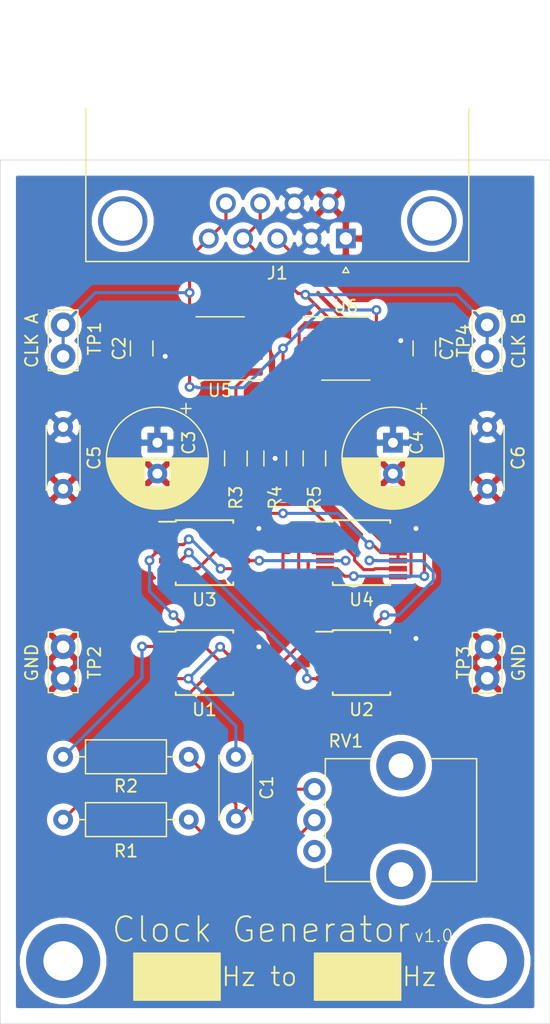
<source format=kicad_pcb>
(kicad_pcb (version 20171130) (host pcbnew 5.1.5-52549c5~84~ubuntu18.04.1)
  (layers (0 F.Cu signal) (31 B.Cu signal) (34 B.Paste user) (35 F.Paste user) (36 B.SilkS user) (37 F.SilkS user) (38 B.Mask user) (39 F.Mask user) (44 Edge.Cuts user))
  (net 0 "")
  (net 1 "Net-(C1-Pad2)")
  (net 2 "Net-(C1-Pad1)")
  (net 3 GND)
  (net 4 +3V3)
  (net 5 clk_a)
  (net 6 clk_b)
  (net 7 clk)
  (net 8 "Net-(R1-Pad2)")
  (net 9 "Net-(R2-Pad2)")
  (net 10 "Net-(RV1-Pad1)")
  (net 11 not_clk)
  (net 12 "Net-(U1-Pad3)")
  (net 13 "Net-(U2-Pad12)")
  (net 14 "Net-(U2-Pad10)")
  (net 15 "Net-(U2-Pad3)")
  (net 16 "Net-(U3-Pad13)")
  (net 17 "Net-(U3-Pad10)")
  (net 18 "Net-(U3-Pad3)")
  (net 19 "Net-(U4-Pad13)")
  (net 20 "Net-(U4-Pad3)")
  (net 21 "Net-(U2-Pad13)")
  (net 22 "Net-(U2-Pad11)")
  (net 23 "Net-(U2-Pad9)")
  (net 24 "Net-(U2-Pad8)")
  (net 25 "Net-(U2-Pad6)")
  (net 26 "Net-(U2-Pad4)")
  (net 27 "Net-(U2-Pad2)")
  (net 28 "Net-(U2-Pad1)")
  (net 29 clkout_a)
  (net 30 clkout_b)
  (net 31 clk_oe)
  (net 32 "Net-(R3-Pad2)")
  (net 33 "Net-(R5-Pad2)")
  (net 34 "Net-(U5-Pad4)")
  (net 35 "Net-(U5-Pad3)")
  (net 36 "Net-(U6-Pad4)")
  (net 37 "Net-(U6-Pad3)")
  (net 38 "Net-(U5-Pad2)")
  (net 39 "Net-(U6-Pad2)")
  (module Connector_Dsub:DSUB-9_Male_Horizontal_P2.77x2.84mm_EdgePinOffset7.70mm_Housed_MountingHolesOffset9.12mm (layer F.Cu) (at 127 66.04 180)
    (fp_text reference J1 (at 5.54 -2.8) (layer F.SilkS))
    (fp_text value DB9_Male)
    (pad 0 thru_hole circle (at 18.04 1.42 180) (size 4 4) (drill 3.2) (layers *.Cu *.Mask))
    (pad 0 thru_hole circle (at -6.96 1.42 180) (size 4 4) (drill 3.2) (layers *.Cu *.Mask))
    (pad 9 thru_hole circle (at 9.695 2.84 180) (size 1.6 1.6) (drill 1) (layers *.Cu *.Mask) (net 29 clkout_a))
    (pad 8 thru_hole circle (at 6.925 2.84 180) (size 1.6 1.6) (drill 1) (layers *.Cu *.Mask) (net 30 clkout_b))
    (pad 7 thru_hole circle (at 4.155 2.84 180) (size 1.6 1.6) (drill 1) (layers *.Cu *.Mask) (net 4 +3V3))
    (pad 6 thru_hole circle (at 1.385 2.84 180) (size 1.6 1.6) (drill 1) (layers *.Cu *.Mask) (net 3 GND))
    (pad 5 thru_hole circle (at 11.08 0 180) (size 1.6 1.6) (drill 1) (layers *.Cu *.Mask) (net 29 clkout_a))
    (pad 4 thru_hole circle (at 8.31 0 180) (size 1.6 1.6) (drill 1) (layers *.Cu *.Mask) (net 30 clkout_b))
    (pad 3 thru_hole circle (at 5.54 0 180) (size 1.6 1.6) (drill 1) (layers *.Cu *.Mask) (net 31 clk_oe))
    (pad 2 thru_hole circle (at 2.77 0 180) (size 1.6 1.6) (drill 1) (layers *.Cu *.Mask) (net 4 +3V3))
    (pad 1 thru_hole rect (at 0 0 180) (size 1.6 1.6) (drill 1) (layers *.Cu *.Mask) (net 3 GND))
  )
  (module Package_SO:SOIC-8_3.9x4.9mm_P1.27mm (layer F.Cu) (at 127 74.93)
    (fp_text reference U6 (at 0 -3.4) (layer F.SilkS))
    (fp_text value PI6C49CB04AQ)
    (pad 8 smd roundrect (at 2.475 -1.905) (size 1.95 0.6) (layers F.Cu F.Paste F.Mask) (net 31 clk_oe))
    (pad 7 smd roundrect (at 2.475 -0.635) (size 1.95 0.6) (layers F.Cu F.Paste F.Mask) (net 4 +3V3))
    (pad 6 smd roundrect (at 2.475 0.635) (size 1.95 0.6) (layers F.Cu F.Paste F.Mask) (net 3 GND))
    (pad 5 smd roundrect (at 2.475 1.905) (size 1.95 0.6) (layers F.Cu F.Paste F.Mask) (net 30 clkout_b))
    (pad 4 smd roundrect (at -2.475 1.905) (size 1.95 0.6) (layers F.Cu F.Paste F.Mask) (net 36 "Net-(U6-Pad4)"))
    (pad 3 smd roundrect (at -2.475 0.635) (size 1.95 0.6) (layers F.Cu F.Paste F.Mask) (net 37 "Net-(U6-Pad3)"))
    (pad 2 smd roundrect (at -2.475 -0.635) (size 1.95 0.6) (layers F.Cu F.Paste F.Mask) (net 39 "Net-(U6-Pad2)"))
    (pad 1 smd roundrect (at -2.475 -1.905) (size 1.95 0.6) (layers F.Cu F.Paste F.Mask) (net 6 clk_b))
  )
  (module Package_SO:SOIC-8_3.9x4.9mm_P1.27mm (layer F.Cu) (at 116.84 74.93 180)
    (fp_text reference U5 (at 0 -3.4) (layer F.SilkS))
    (fp_text value PI6C49CB04AQ)
    (pad 8 smd roundrect (at 2.475 -1.905 180) (size 1.95 0.6) (layers F.Cu F.Paste F.Mask) (net 31 clk_oe))
    (pad 7 smd roundrect (at 2.475 -0.635 180) (size 1.95 0.6) (layers F.Cu F.Paste F.Mask) (net 4 +3V3))
    (pad 6 smd roundrect (at 2.475 0.635 180) (size 1.95 0.6) (layers F.Cu F.Paste F.Mask) (net 3 GND))
    (pad 5 smd roundrect (at 2.475 1.905 180) (size 1.95 0.6) (layers F.Cu F.Paste F.Mask) (net 29 clkout_a))
    (pad 4 smd roundrect (at -2.475 1.905 180) (size 1.95 0.6) (layers F.Cu F.Paste F.Mask) (net 34 "Net-(U5-Pad4)"))
    (pad 3 smd roundrect (at -2.475 0.635 180) (size 1.95 0.6) (layers F.Cu F.Paste F.Mask) (net 35 "Net-(U5-Pad3)"))
    (pad 2 smd roundrect (at -2.475 -0.635 180) (size 1.95 0.6) (layers F.Cu F.Paste F.Mask) (net 38 "Net-(U5-Pad2)"))
    (pad 1 smd roundrect (at -2.475 -1.905 180) (size 1.95 0.6) (layers F.Cu F.Paste F.Mask) (net 5 clk_a))
  )
  (module Resistor_SMD:R_1206_3216Metric (layer F.Cu) (at 124.46 83.82 270)
    (fp_text reference R5 (at 3.175 0 90) (layer F.SilkS))
    (fp_text value 33)
    (pad 2 smd roundrect (at 1.4 0 270) (size 1.25 1.75) (layers F.Cu F.Paste F.Mask) (roundrect_rratio 0.2) (net 33 "Net-(R5-Pad2)"))
    (pad 1 smd roundrect (at -1.4 0 270) (size 1.25 1.75) (layers F.Cu F.Paste F.Mask) (roundrect_rratio 0.2) (net 6 clk_b))
  )
  (module Resistor_SMD:R_1206_3216Metric (layer F.Cu) (at 121.285 83.82 270)
    (fp_text reference R4 (at 3.175 0 90) (layer F.SilkS))
    (fp_text value 5k)
    (pad 2 smd roundrect (at 1.4 0 270) (size 1.25 1.75) (layers F.Cu F.Paste F.Mask) (roundrect_rratio 0.2) (net 4 +3V3))
    (pad 1 smd roundrect (at -1.4 0 270) (size 1.25 1.75) (layers F.Cu F.Paste F.Mask) (roundrect_rratio 0.2) (net 31 clk_oe))
  )
  (module Resistor_SMD:R_1206_3216Metric (layer F.Cu) (at 118.11 83.82 270)
    (fp_text reference R3 (at 3.175 0 90) (layer F.SilkS))
    (fp_text value 33)
    (pad 2 smd roundrect (at 1.4 0 270) (size 1.25 1.75) (layers F.Cu F.Paste F.Mask) (roundrect_rratio 0.2) (net 32 "Net-(R3-Pad2)"))
    (pad 1 smd roundrect (at -1.4 0 270) (size 1.25 1.75) (layers F.Cu F.Paste F.Mask) (roundrect_rratio 0.2) (net 5 clk_a))
  )
  (module Capacitor_SMD:C_1206_3216Metric (layer F.Cu) (at 133.35 74.93 270)
    (fp_text reference C7 (at 0 -1.82 90) (layer F.SilkS))
    (fp_text value 0.1uF)
    (pad 2 smd roundrect (at 1.4 0 270) (size 1.25 1.75) (layers F.Cu F.Paste F.Mask) (roundrect_rratio 0.2) (net 3 GND))
    (pad 1 smd roundrect (at -1.4 0 270) (size 1.25 1.75) (layers F.Cu F.Paste F.Mask) (roundrect_rratio 0.2) (net 4 +3V3))
  )
  (module Capacitor_SMD:C_1206_3216Metric (layer F.Cu) (at 110.49 74.93 90)
    (fp_text reference C2 (at 0 -1.82 90) (layer F.SilkS))
    (fp_text value 0.1uF)
    (pad 2 smd roundrect (at 1.4 0 90) (size 1.25 1.75) (layers F.Cu F.Paste F.Mask) (roundrect_rratio 0.2) (net 3 GND))
    (pad 1 smd roundrect (at -1.4 0 90) (size 1.25 1.75) (layers F.Cu F.Paste F.Mask) (roundrect_rratio 0.2) (net 4 +3V3))
  )
  (module TestPoint:TestPoint_Bridge_Pitch2.54mm_Drill1.0mm (layer F.Cu) (at 138.43 101.6 90)
    (fp_text reference TP3 (at 1.27 -1.905 90) (layer F.SilkS))
    (fp_text value TestPoint)
    (pad 1 thru_hole circle (at 2.54 0 90) (size 2 2) (drill 1) (layers *.Cu *.Mask) (net 3 GND))
    (pad 1 thru_hole circle (at 0 0 90) (size 2 2) (drill 1) (layers *.Cu *.Mask) (net 3 GND))
  )
  (module TestPoint:TestPoint_Bridge_Pitch2.54mm_Drill1.0mm (layer F.Cu) (at 104.14 99.06 270)
    (fp_text reference TP2 (at 1.27 -2.54 90) (layer F.SilkS))
    (fp_text value TestPoint)
    (pad 1 thru_hole circle (at 2.54 0 270) (size 2 2) (drill 1) (layers *.Cu *.Mask) (net 3 GND))
    (pad 1 thru_hole circle (at 0 0 270) (size 2 2) (drill 1) (layers *.Cu *.Mask) (net 3 GND))
  )
  (module TestPoint:TestPoint_Bridge_Pitch2.54mm_Drill1.0mm (layer F.Cu) (at 138.43 75.565 90)
    (fp_text reference TP4 (at 1.27 -1.905 90) (layer F.SilkS))
    (fp_text value TestPoint)
    (pad 1 thru_hole circle (at 2.54 0 90) (size 2 2) (drill 1) (layers *.Cu *.Mask) (net 30 clkout_b))
    (pad 1 thru_hole circle (at 0 0 90) (size 2 2) (drill 1) (layers *.Cu *.Mask) (net 30 clkout_b))
  )
  (module TestPoint:TestPoint_Bridge_Pitch2.54mm_Drill1.0mm (layer F.Cu) (at 104.14 73.025 270)
    (fp_text reference TP1 (at 1.1 -2.54 90) (layer F.SilkS))
    (fp_text value TestPoint)
    (pad 1 thru_hole circle (at 2.54 0 270) (size 2 2) (drill 1) (layers *.Cu *.Mask) (net 29 clkout_a))
    (pad 1 thru_hole circle (at 0 0 270) (size 2 2) (drill 1) (layers *.Cu *.Mask) (net 29 clkout_a))
  )
  (module Package_SO:TSSOP-14_4.4x5mm_P0.65mm (layer F.Cu) (at 128.27 91.44)
    (fp_text reference U4 (at 0 3.81) (layer F.SilkS))
    (fp_text value SN74HCS00PWR)
    (pad 14 smd rect (at 2.95 -1.95) (size 1.45 0.45) (layers F.Cu F.Paste F.Mask) (net 4 +3V3))
    (pad 13 smd rect (at 2.95 -1.3) (size 1.45 0.45) (layers F.Cu F.Paste F.Mask) (net 19 "Net-(U4-Pad13)"))
    (pad 12 smd rect (at 2.95 -0.65) (size 1.45 0.45) (layers F.Cu F.Paste F.Mask) (net 33 "Net-(R5-Pad2)"))
    (pad 11 smd rect (at 2.95 0) (size 1.45 0.45) (layers F.Cu F.Paste F.Mask) (net 26 "Net-(U2-Pad4)"))
    (pad 10 smd rect (at 2.95 0.65) (size 1.45 0.45) (layers F.Cu F.Paste F.Mask) (net 26 "Net-(U2-Pad4)"))
    (pad 9 smd rect (at 2.95 1.3) (size 1.45 0.45) (layers F.Cu F.Paste F.Mask) (net 20 "Net-(U4-Pad3)"))
    (pad 8 smd rect (at 2.95 1.95) (size 1.45 0.45) (layers F.Cu F.Paste F.Mask) (net 33 "Net-(R5-Pad2)"))
    (pad 7 smd rect (at -2.95 1.95) (size 1.45 0.45) (layers F.Cu F.Paste F.Mask) (net 3 GND))
    (pad 6 smd rect (at -2.95 1.3) (size 1.45 0.45) (layers F.Cu F.Paste F.Mask) (net 19 "Net-(U4-Pad13)"))
    (pad 5 smd rect (at -2.95 0.65) (size 1.45 0.45) (layers F.Cu F.Paste F.Mask) (net 17 "Net-(U3-Pad10)"))
    (pad 4 smd rect (at -2.95 0) (size 1.45 0.45) (layers F.Cu F.Paste F.Mask) (net 11 not_clk))
    (pad 3 smd rect (at -2.95 -0.65) (size 1.45 0.45) (layers F.Cu F.Paste F.Mask) (net 20 "Net-(U4-Pad3)"))
    (pad 2 smd rect (at -2.95 -1.3) (size 1.45 0.45) (layers F.Cu F.Paste F.Mask) (net 11 not_clk))
    (pad 1 smd rect (at -2.95 -1.95) (size 1.45 0.45) (layers F.Cu F.Paste F.Mask) (net 32 "Net-(R3-Pad2)"))
  )
  (module Package_SO:TSSOP-14_4.4x5mm_P0.65mm (layer F.Cu) (at 115.57 91.44)
    (fp_text reference U3 (at 0 3.81) (layer F.SilkS))
    (fp_text value SN74HCS00PWR)
    (pad 14 smd rect (at 2.95 -1.95) (size 1.45 0.45) (layers F.Cu F.Paste F.Mask) (net 4 +3V3))
    (pad 13 smd rect (at 2.95 -1.3) (size 1.45 0.45) (layers F.Cu F.Paste F.Mask) (net 16 "Net-(U3-Pad13)"))
    (pad 12 smd rect (at 2.95 -0.65) (size 1.45 0.45) (layers F.Cu F.Paste F.Mask) (net 32 "Net-(R3-Pad2)"))
    (pad 11 smd rect (at 2.95 0) (size 1.45 0.45) (layers F.Cu F.Paste F.Mask) (net 17 "Net-(U3-Pad10)"))
    (pad 10 smd rect (at 2.95 0.65) (size 1.45 0.45) (layers F.Cu F.Paste F.Mask) (net 17 "Net-(U3-Pad10)"))
    (pad 9 smd rect (at 2.95 1.3) (size 1.45 0.45) (layers F.Cu F.Paste F.Mask) (net 18 "Net-(U3-Pad3)"))
    (pad 8 smd rect (at 2.95 1.95) (size 1.45 0.45) (layers F.Cu F.Paste F.Mask) (net 32 "Net-(R3-Pad2)"))
    (pad 7 smd rect (at -2.95 1.95) (size 1.45 0.45) (layers F.Cu F.Paste F.Mask) (net 3 GND))
    (pad 6 smd rect (at -2.95 1.3) (size 1.45 0.45) (layers F.Cu F.Paste F.Mask) (net 16 "Net-(U3-Pad13)"))
    (pad 5 smd rect (at -2.95 0.65) (size 1.45 0.45) (layers F.Cu F.Paste F.Mask) (net 25 "Net-(U2-Pad6)"))
    (pad 4 smd rect (at -2.95 0) (size 1.45 0.45) (layers F.Cu F.Paste F.Mask) (net 7 clk))
    (pad 3 smd rect (at -2.95 -0.65) (size 1.45 0.45) (layers F.Cu F.Paste F.Mask) (net 18 "Net-(U3-Pad3)"))
    (pad 2 smd rect (at -2.95 -1.3) (size 1.45 0.45) (layers F.Cu F.Paste F.Mask) (net 7 clk))
    (pad 1 smd rect (at -2.95 -1.95) (size 1.45 0.45) (layers F.Cu F.Paste F.Mask) (net 26 "Net-(U2-Pad4)"))
  )
  (module Package_SO:TSSOP-14_4.4x5mm_P0.65mm (layer F.Cu) (at 128.27 100.33)
    (fp_text reference U2 (at 0 3.81) (layer F.SilkS))
    (fp_text value SN74HCS00PWR)
    (pad 14 smd rect (at 2.95 -1.95) (size 1.45 0.45) (layers F.Cu F.Paste F.Mask) (net 4 +3V3))
    (pad 13 smd rect (at 2.95 -1.3) (size 1.45 0.45) (layers F.Cu F.Paste F.Mask) (net 21 "Net-(U2-Pad13)"))
    (pad 12 smd rect (at 2.95 -0.65) (size 1.45 0.45) (layers F.Cu F.Paste F.Mask) (net 13 "Net-(U2-Pad12)"))
    (pad 11 smd rect (at 2.95 0) (size 1.45 0.45) (layers F.Cu F.Paste F.Mask) (net 22 "Net-(U2-Pad11)"))
    (pad 10 smd rect (at 2.95 0.65) (size 1.45 0.45) (layers F.Cu F.Paste F.Mask) (net 14 "Net-(U2-Pad10)"))
    (pad 9 smd rect (at 2.95 1.3) (size 1.45 0.45) (layers F.Cu F.Paste F.Mask) (net 23 "Net-(U2-Pad9)"))
    (pad 8 smd rect (at 2.95 1.95) (size 1.45 0.45) (layers F.Cu F.Paste F.Mask) (net 24 "Net-(U2-Pad8)"))
    (pad 7 smd rect (at -2.95 1.95) (size 1.45 0.45) (layers F.Cu F.Paste F.Mask) (net 3 GND))
    (pad 6 smd rect (at -2.95 1.3) (size 1.45 0.45) (layers F.Cu F.Paste F.Mask) (net 25 "Net-(U2-Pad6)"))
    (pad 5 smd rect (at -2.95 0.65) (size 1.45 0.45) (layers F.Cu F.Paste F.Mask) (net 26 "Net-(U2-Pad4)"))
    (pad 4 smd rect (at -2.95 0) (size 1.45 0.45) (layers F.Cu F.Paste F.Mask) (net 26 "Net-(U2-Pad4)"))
    (pad 3 smd rect (at -2.95 -0.65) (size 1.45 0.45) (layers F.Cu F.Paste F.Mask) (net 15 "Net-(U2-Pad3)"))
    (pad 2 smd rect (at -2.95 -1.3) (size 1.45 0.45) (layers F.Cu F.Paste F.Mask) (net 27 "Net-(U2-Pad2)"))
    (pad 1 smd rect (at -2.95 -1.95) (size 1.45 0.45) (layers F.Cu F.Paste F.Mask) (net 28 "Net-(U2-Pad1)"))
  )
  (module Package_SO:TSSOP-14_4.4x5mm_P0.65mm (layer F.Cu) (at 115.57 100.33)
    (fp_text reference U1 (at 0 3.81) (layer F.SilkS))
    (fp_text value SN74HCS00PWR)
    (pad 14 smd rect (at 2.95 -1.95) (size 1.45 0.45) (layers F.Cu F.Paste F.Mask) (net 4 +3V3))
    (pad 13 smd rect (at 2.95 -1.3) (size 1.45 0.45) (layers F.Cu F.Paste F.Mask) (net 2 "Net-(C1-Pad1)"))
    (pad 12 smd rect (at 2.95 -0.65) (size 1.45 0.45) (layers F.Cu F.Paste F.Mask) (net 2 "Net-(C1-Pad1)"))
    (pad 11 smd rect (at 2.95 0) (size 1.45 0.45) (layers F.Cu F.Paste F.Mask) (net 7 clk))
    (pad 10 smd rect (at 2.95 0.65) (size 1.45 0.45) (layers F.Cu F.Paste F.Mask) (net 7 clk))
    (pad 9 smd rect (at 2.95 1.3) (size 1.45 0.45) (layers F.Cu F.Paste F.Mask) (net 7 clk))
    (pad 8 smd rect (at 2.95 1.95) (size 1.45 0.45) (layers F.Cu F.Paste F.Mask) (net 11 not_clk))
    (pad 7 smd rect (at -2.95 1.95) (size 1.45 0.45) (layers F.Cu F.Paste F.Mask) (net 3 GND))
    (pad 6 smd rect (at -2.95 1.3) (size 1.45 0.45) (layers F.Cu F.Paste F.Mask) (net 2 "Net-(C1-Pad1)"))
    (pad 5 smd rect (at -2.95 0.65) (size 1.45 0.45) (layers F.Cu F.Paste F.Mask) (net 12 "Net-(U1-Pad3)"))
    (pad 4 smd rect (at -2.95 0) (size 1.45 0.45) (layers F.Cu F.Paste F.Mask) (net 12 "Net-(U1-Pad3)"))
    (pad 3 smd rect (at -2.95 -0.65) (size 1.45 0.45) (layers F.Cu F.Paste F.Mask) (net 12 "Net-(U1-Pad3)"))
    (pad 2 smd rect (at -2.95 -1.3) (size 1.45 0.45) (layers F.Cu F.Paste F.Mask) (net 9 "Net-(R2-Pad2)"))
    (pad 1 smd rect (at -2.95 -1.95) (size 1.45 0.45) (layers F.Cu F.Paste F.Mask) (net 9 "Net-(R2-Pad2)"))
  )
  (module Potentiometer_THT:Potentiometer_Bourns_PTV09A-1_Single_Vertical (layer F.Cu) (at 124.46 115.57)
    (fp_text reference RV1 (at 2.54 -8.89) (layer F.SilkS))
    (fp_text value 1M)
    (pad "" np_thru_hole circle (at 7 1.9) (size 4 4) (drill 2) (layers *.Cu *.Mask))
    (pad "" np_thru_hole circle (at 7 -6.9) (size 4 4) (drill 2) (layers *.Cu *.Mask))
    (pad 1 thru_hole circle (at 0 0) (size 1.8 1.8) (drill 1) (layers *.Cu *.Mask) (net 10 "Net-(RV1-Pad1)"))
    (pad 2 thru_hole circle (at 0 -2.5) (size 1.8 1.8) (drill 1) (layers *.Cu *.Mask) (net 8 "Net-(R1-Pad2)"))
    (pad 3 thru_hole circle (at 0 -5) (size 1.8 1.8) (drill 1) (layers *.Cu *.Mask) (net 1 "Net-(C1-Pad2)"))
  )
  (module Resistor_THT:R_Axial_DIN0207_L6.3mm_D2.5mm_P10.16mm_Horizontal (layer F.Cu) (at 114.3 107.95 180)
    (fp_text reference R2 (at 5.08 -2.37) (layer F.SilkS))
    (fp_text value 27K)
    (pad 2 thru_hole oval (at 10.16 0 180) (size 1.6 1.6) (drill 0.8) (layers *.Cu *.Mask) (net 9 "Net-(R2-Pad2)"))
    (pad 1 thru_hole circle (at 0 0 180) (size 1.6 1.6) (drill 0.8) (layers *.Cu *.Mask) (net 1 "Net-(C1-Pad2)"))
  )
  (module Resistor_THT:R_Axial_DIN0207_L6.3mm_D2.5mm_P10.16mm_Horizontal (layer F.Cu) (at 104.14 113.03)
    (fp_text reference R1 (at 5.08 2.54) (layer F.SilkS))
    (fp_text value 2.7K)
    (pad 2 thru_hole oval (at 10.16 0) (size 1.6 1.6) (drill 0.8) (layers *.Cu *.Mask) (net 8 "Net-(R1-Pad2)"))
    (pad 1 thru_hole circle (at 0 0) (size 1.6 1.6) (drill 0.8) (layers *.Cu *.Mask) (net 7 clk))
  )
  (module Capacitor_THT:C_Disc_D5.0mm_W2.5mm_P5.00mm (layer F.Cu) (at 118.11 107.95 270)
    (fp_text reference C1 (at 2.5 -2.5 90) (layer F.SilkS))
    (fp_text value 22pF)
    (pad 2 thru_hole circle (at 5 0 270) (size 1.6 1.6) (drill 0.8) (layers *.Cu *.Mask) (net 1 "Net-(C1-Pad2)"))
    (pad 1 thru_hole circle (at 0 0 270) (size 1.6 1.6) (drill 0.8) (layers *.Cu *.Mask) (net 2 "Net-(C1-Pad1)"))
  )
  (module Capacitor_THT:C_Disc_D5.0mm_W2.5mm_P5.00mm (layer F.Cu) (at 138.43 81.28 270)
    (fp_text reference C6 (at 2.5 -2.5 90) (layer F.SilkS))
    (fp_text value 100nF)
    (pad 2 thru_hole circle (at 5 0 270) (size 1.6 1.6) (drill 0.8) (layers *.Cu *.Mask) (net 3 GND))
    (pad 1 thru_hole circle (at 0 0 270) (size 1.6 1.6) (drill 0.8) (layers *.Cu *.Mask) (net 4 +3V3))
  )
  (module Capacitor_THT:C_Disc_D5.0mm_W2.5mm_P5.00mm (layer F.Cu) (at 104.14 81.28 270)
    (fp_text reference C5 (at 2.5 -2.5 90) (layer F.SilkS))
    (fp_text value 100nF)
    (pad 2 thru_hole circle (at 5 0 270) (size 1.6 1.6) (drill 0.8) (layers *.Cu *.Mask) (net 3 GND))
    (pad 1 thru_hole circle (at 0 0 270) (size 1.6 1.6) (drill 0.8) (layers *.Cu *.Mask) (net 4 +3V3))
  )
  (module Capacitor_THT:CP_Radial_D8.0mm_P2.50mm (layer F.Cu) (at 130.81 82.55 270)
    (fp_text reference C4 (at 0 -1.905 90) (layer F.SilkS))
    (fp_text value 100uF)
    (pad 2 thru_hole circle (at 2.5 0 270) (size 1.6 1.6) (drill 0.8) (layers *.Cu *.Mask) (net 3 GND))
    (pad 1 thru_hole rect (at 0 0 270) (size 1.6 1.6) (drill 0.8) (layers *.Cu *.Mask) (net 4 +3V3))
  )
  (module Capacitor_THT:CP_Radial_D8.0mm_P2.50mm (layer F.Cu) (at 111.76 82.55 270)
    (fp_text reference C3 (at 0 -2.54 90) (layer F.SilkS))
    (fp_text value 100uF)
    (pad 2 thru_hole circle (at 2.5 0 270) (size 1.6 1.6) (drill 0.8) (layers *.Cu *.Mask) (net 3 GND))
    (pad 1 thru_hole rect (at 0 0 270) (size 1.6 1.6) (drill 0.8) (layers *.Cu *.Mask) (net 4 +3V3))
  )
  (gr_text v1.0 (at 134.112 122.428) (layer F.SilkS) (effects (font (size 1 1) (thickness 0.1))))
  (gr_poly (pts (xy 131.445 127.635) (xy 124.46 127.635) (xy 124.46 123.825) (xy 131.445 123.825)) (layer F.SilkS) (width 0.1))
  (gr_poly (pts (xy 116.84 127.635) (xy 109.855 127.635) (xy 109.855 123.825) (xy 116.84 123.825)) (layer F.SilkS) (width 0.1))
  (gr_text Hz (at 131.445 125.73) (layer F.SilkS) (effects (font (size 1.5 1.5)) (justify left)))
  (gr_text "Hz to" (at 120.015 125.73) (layer F.SilkS) (effects (font (size 1.5 1.5))))
  (gr_text "Clock Generator" (at 120.142 121.92) (layer F.SilkS) (effects (font (size 2 2))))
  (gr_line (start 143.51 59.69) (end 143.51 67.31) (layer Edge.Cuts) (width 0.05))
  (gr_line (start 99.06 59.69) (end 143.51 59.69) (layer Edge.Cuts) (width 0.05))
  (gr_line (start 99.06 67.31) (end 99.06 59.69) (layer Edge.Cuts) (width 0.05))
  (gr_text GND (at 101.6 100.33 90) (layer F.SilkS) (effects (font (size 1 1))))
  (gr_text GND (at 140.97 100.33 90) (layer F.SilkS) (effects (font (size 1 1))))
  (gr_text "CLK B" (at 140.97 74.295 90) (layer F.SilkS) (effects (font (size 1 1))))
  (gr_text "CLK A" (at 101.6 74.295 90) (layer F.SilkS) (effects (font (size 1 1))))
  (gr_line (start 99.06 129.54) (end 143.51 129.54) (layer Edge.Cuts) (width 0.05))
  (gr_line (start 99.06 67.31) (end 99.06 129.54) (layer Edge.Cuts) (width 0.05))
  (gr_line (start 143.51 67.31) (end 143.51 129.54) (layer Edge.Cuts) (width 0.05))
  (via (at 104.14 124.46) (size 6) (drill 3.2) (layers F.Cu B.Cu) (net 0))
  (via (at 138.43 124.46) (size 6) (drill 3.2) (layers F.Cu B.Cu) (net 0))
  (segment (start 120.49 110.57) (end 118.11 112.95) (width 0.25) (layer F.Cu) (net 1))
  (segment (start 124.46 110.57) (end 120.49 110.57) (width 0.25) (layer F.Cu) (net 1))
  (segment (start 118.11 111.76) (end 114.3 107.95) (width 0.25) (layer F.Cu) (net 1))
  (segment (start 118.11 112.95) (end 118.11 111.76) (width 0.25) (layer F.Cu) (net 1))
  (segment (start 118.52 99.68) (end 118.52 99.03) (width 0.25) (layer F.Cu) (net 2))
  (segment (start 118.52 99.68) (end 117.46 99.68) (width 0.25) (layer F.Cu) (net 2))
  (segment (start 117.46 99.68) (end 116.84 99.06) (width 0.25) (layer F.Cu) (net 2))
  (segment (start 116.84 99.06) (end 116.84 99.06) (width 0.25) (layer F.Cu) (net 2))
  (via (at 116.84 99.06) (size 0.8) (drill 0.4) (layers F.Cu B.Cu) (net 2))
  (segment (start 112.62 101.63) (end 114.27 101.63) (width 0.25) (layer F.Cu) (net 2))
  (segment (start 114.27 101.63) (end 114.27 101.63) (width 0.25) (layer F.Cu) (net 2))
  (via (at 114.27 101.63) (size 0.8) (drill 0.4) (layers F.Cu B.Cu) (net 2))
  (segment (start 114.27 101.63) (end 116.84 99.06) (width 0.25) (layer B.Cu) (net 2))
  (segment (start 118.11 105.47) (end 114.27 101.63) (width 0.25) (layer B.Cu) (net 2))
  (segment (start 118.11 107.95) (end 118.11 105.47) (width 0.25) (layer B.Cu) (net 2))
  (segment (start 118.52 98.38) (end 119.97 98.38) (width 0.25) (layer F.Cu) (net 4))
  (segment (start 119.97 98.38) (end 119.97 98.38) (width 0.25) (layer F.Cu) (net 4))
  (via (at 119.97 99.06) (size 0.8) (drill 0.4) (layers F.Cu B.Cu) (net 4))
  (segment (start 118.52 89.49) (end 119.97 89.49) (width 0.25) (layer F.Cu) (net 4))
  (segment (start 131.22 89.49) (end 132.67 89.49) (width 0.25) (layer F.Cu) (net 4))
  (segment (start 131.22 98.38) (end 132.67 98.38) (width 0.25) (layer F.Cu) (net 4))
  (segment (start 132.67 89.49) (end 132.67 89.49) (width 0.25) (layer F.Cu) (net 4))
  (via (at 132.67 89.49) (size 0.8) (drill 0.4) (layers F.Cu B.Cu) (net 4))
  (segment (start 132.67 98.38) (end 132.67 98.38) (width 0.25) (layer F.Cu) (net 4))
  (via (at 132.67 98.38) (size 0.8) (drill 0.4) (layers F.Cu B.Cu) (net 4))
  (segment (start 119.97 89.49) (end 119.97 89.49) (width 0.25) (layer F.Cu) (net 4))
  (via (at 119.97 89.49) (size 0.8) (drill 0.4) (layers F.Cu B.Cu) (net 4))
  (segment (start 119.97 98.47) (end 119.97 99.06) (width 0.25) (layer F.Cu) (net 4))
  (segment (start 119.97 98.38) (end 119.97 98.47) (width 0.25) (layer F.Cu) (net 4))
  (segment (start 113.39 75.565) (end 114.365 75.565) (width 0.25) (layer F.Cu) (net 4))
  (segment (start 112.13 75.565) (end 112.395 75.565) (width 0.25) (layer F.Cu) (net 4))
  (segment (start 111.365 76.33) (end 112.13 75.565) (width 0.25) (layer F.Cu) (net 4))
  (segment (start 110.49 76.33) (end 111.365 76.33) (width 0.25) (layer F.Cu) (net 4))
  (segment (start 129.475 74.295) (end 131.445 74.295) (width 0.25) (layer F.Cu) (net 4))
  (segment (start 132.21 73.53) (end 133.35 73.53) (width 0.25) (layer F.Cu) (net 4))
  (segment (start 131.445 74.295) (end 132.21 73.53) (width 0.25) (layer F.Cu) (net 4))
  (segment (start 112.395 75.565) (end 113.39 75.565) (width 0.25) (layer F.Cu) (net 4))
  (via (at 112.395 75.565) (size 0.8) (drill 0.4) (layers F.Cu B.Cu) (net 4))
  (segment (start 131.445 74.295) (end 131.445 74.295) (width 0.25) (layer F.Cu) (net 4))
  (via (at 131.445 74.295) (size 0.8) (drill 0.4) (layers F.Cu B.Cu) (net 4))
  (segment (start 121.285 85.22) (end 121.285 83.82) (width 0.25) (layer F.Cu) (net 4))
  (segment (start 121.285 83.82) (end 121.285 83.82) (width 0.25) (layer F.Cu) (net 4))
  (via (at 121.285 83.82) (size 0.8) (drill 0.4) (layers F.Cu B.Cu) (net 4))
  (segment (start 118.11 78.04) (end 119.315 76.835) (width 0.25) (layer F.Cu) (net 5))
  (segment (start 118.11 82.42) (end 118.11 78.04) (width 0.25) (layer F.Cu) (net 5))
  (segment (start 123.22499 82.05999) (end 123.22499 73.35001) (width 0.25) (layer F.Cu) (net 6))
  (segment (start 123.55 73.025) (end 124.525 73.025) (width 0.25) (layer F.Cu) (net 6))
  (segment (start 123.22499 73.35001) (end 123.55 73.025) (width 0.25) (layer F.Cu) (net 6))
  (segment (start 123.585 82.42) (end 123.22499 82.05999) (width 0.25) (layer F.Cu) (net 6))
  (segment (start 124.46 82.42) (end 123.585 82.42) (width 0.25) (layer F.Cu) (net 6))
  (segment (start 118.52 101.63) (end 118.52 100.33) (width 0.25) (layer F.Cu) (net 7))
  (segment (start 111.645 90.14) (end 112.62 90.14) (width 0.25) (layer F.Cu) (net 7))
  (segment (start 111.569999 90.215001) (end 111.645 90.14) (width 0.25) (layer F.Cu) (net 7))
  (segment (start 111.569999 91.364999) (end 111.569999 90.215001) (width 0.25) (layer F.Cu) (net 7))
  (segment (start 111.645 91.44) (end 111.569999 91.364999) (width 0.25) (layer F.Cu) (net 7))
  (segment (start 112.62 91.44) (end 111.645 91.44) (width 0.25) (layer F.Cu) (net 7))
  (segment (start 117.545 100.98) (end 118.52 100.98) (width 0.25) (layer F.Cu) (net 7))
  (segment (start 111.125 91.96) (end 111.125 92.075) (width 0.25) (layer F.Cu) (net 7))
  (segment (start 111.645 91.44) (end 111.125 91.96) (width 0.25) (layer F.Cu) (net 7))
  (segment (start 116.19 100.98) (end 118.52 100.98) (width 0.25) (layer F.Cu) (net 7))
  (segment (start 104.14 113.03) (end 116.19 100.98) (width 0.25) (layer F.Cu) (net 7))
  (segment (start 113.0575 96.4925) (end 117.545 100.98) (width 0.25) (layer F.Cu) (net 7))
  (via (at 113.0575 96.4925) (size 0.8) (drill 0.4) (layers F.Cu B.Cu) (net 7))
  (via (at 111.125 92.075) (size 0.8) (drill 0.4) (layers F.Cu B.Cu) (net 7))
  (segment (start 111.125 94.56) (end 111.125 92.075) (width 0.25) (layer B.Cu) (net 7))
  (segment (start 113.0575 96.4925) (end 111.125 94.56) (width 0.25) (layer B.Cu) (net 7))
  (segment (start 124.46 113.07) (end 122.595 114.935) (width 0.25) (layer F.Cu) (net 8))
  (segment (start 116.205 114.935) (end 114.3 113.03) (width 0.25) (layer F.Cu) (net 8))
  (segment (start 122.595 114.935) (end 116.205 114.935) (width 0.25) (layer F.Cu) (net 8))
  (segment (start 112.62 99.03) (end 112.62 98.38) (width 0.25) (layer F.Cu) (net 9))
  (segment (start 112.62 99.03) (end 110.52 99.03) (width 0.25) (layer F.Cu) (net 9))
  (segment (start 110.52 99.03) (end 110.52 99.03) (width 0.25) (layer F.Cu) (net 9))
  (via (at 110.52 99.03) (size 0.8) (drill 0.4) (layers F.Cu B.Cu) (net 9))
  (segment (start 110.52 101.57) (end 104.14 107.95) (width 0.25) (layer B.Cu) (net 9))
  (segment (start 110.52 99.03) (end 110.52 101.57) (width 0.25) (layer B.Cu) (net 9))
  (segment (start 119.884998 102.28) (end 123.19 98.974998) (width 0.25) (layer F.Cu) (net 11))
  (segment (start 118.52 102.28) (end 119.884998 102.28) (width 0.25) (layer F.Cu) (net 11))
  (segment (start 123.19 91.295) (end 124.345 90.14) (width 0.25) (layer F.Cu) (net 11))
  (segment (start 123.19 98.974998) (end 123.19 91.295) (width 0.25) (layer F.Cu) (net 11))
  (segment (start 124.345 90.14) (end 125.32 90.14) (width 0.25) (layer F.Cu) (net 11))
  (segment (start 124.269999 90.215001) (end 124.345 90.14) (width 0.25) (layer F.Cu) (net 11))
  (segment (start 124.269999 91.364999) (end 124.269999 90.215001) (width 0.25) (layer F.Cu) (net 11))
  (segment (start 124.345 91.44) (end 124.269999 91.364999) (width 0.25) (layer F.Cu) (net 11))
  (segment (start 125.32 91.44) (end 124.345 91.44) (width 0.25) (layer F.Cu) (net 11))
  (segment (start 112.62 99.68) (end 112.62 100.98) (width 0.25) (layer F.Cu) (net 12))
  (segment (start 117.634998 90.14) (end 118.52 90.14) (width 0.25) (layer F.Cu) (net 16))
  (segment (start 115.034998 92.74) (end 117.634998 90.14) (width 0.25) (layer F.Cu) (net 16))
  (segment (start 112.62 92.74) (end 115.034998 92.74) (width 0.25) (layer F.Cu) (net 16))
  (segment (start 118.52 91.44) (end 118.52 92.09) (width 0.25) (layer F.Cu) (net 17))
  (segment (start 118.52 92.09) (end 120 92.09) (width 0.25) (layer F.Cu) (net 17))
  (segment (start 125.32 92.09) (end 126.985 92.09) (width 0.25) (layer F.Cu) (net 17))
  (segment (start 126.985 92.09) (end 126.985 92.09) (width 0.25) (layer F.Cu) (net 17))
  (via (at 126.985 92.09) (size 0.8) (drill 0.4) (layers F.Cu B.Cu) (net 17))
  (segment (start 120 92.09) (end 120 92.09) (width 0.25) (layer F.Cu) (net 17))
  (via (at 120 92.09) (size 0.8) (drill 0.4) (layers F.Cu B.Cu) (net 17))
  (segment (start 120 92.09) (end 126.985 92.09) (width 0.25) (layer B.Cu) (net 17))
  (segment (start 113.876998 90.79) (end 114.3 90.366998) (width 0.25) (layer F.Cu) (net 18))
  (segment (start 112.62 90.79) (end 113.876998 90.79) (width 0.25) (layer F.Cu) (net 18))
  (segment (start 114.3 90.366998) (end 114.3 90.366998) (width 0.25) (layer F.Cu) (net 18))
  (via (at 114.3 90.366998) (size 0.8) (drill 0.4) (layers F.Cu B.Cu) (net 18))
  (segment (start 118.52 92.74) (end 116.87 92.74) (width 0.25) (layer F.Cu) (net 18))
  (segment (start 116.87 92.74) (end 116.87 92.74) (width 0.25) (layer F.Cu) (net 18))
  (via (at 116.87 92.74) (size 0.8) (drill 0.4) (layers F.Cu B.Cu) (net 18))
  (segment (start 114.496998 90.366998) (end 114.3 90.366998) (width 0.25) (layer B.Cu) (net 18))
  (segment (start 116.87 92.74) (end 114.496998 90.366998) (width 0.25) (layer B.Cu) (net 18))
  (segment (start 126.295 92.74) (end 126.9 93.345) (width 0.25) (layer F.Cu) (net 19))
  (segment (start 125.32 92.74) (end 126.295 92.74) (width 0.25) (layer F.Cu) (net 19))
  (segment (start 126.9 93.345) (end 127.635 93.345) (width 0.25) (layer F.Cu) (net 19))
  (segment (start 127.635 93.345) (end 127.635 93.345) (width 0.25) (layer F.Cu) (net 19))
  (segment (start 127.635 93.345) (end 130.81 93.345) (width 0.25) (layer B.Cu) (net 19))
  (segment (start 130.81 93.345) (end 133.35 93.345) (width 0.25) (layer B.Cu) (net 19))
  (via (at 127.635 93.345) (size 0.8) (drill 0.4) (layers F.Cu B.Cu) (net 19))
  (via (at 133.35 93.345) (size 0.8) (drill 0.4) (layers F.Cu B.Cu) (net 19))
  (segment (start 133.35 92.779315) (end 133.35 93.345) (width 0.25) (layer F.Cu) (net 19))
  (segment (start 132.195 90.14) (end 133.35 91.295) (width 0.25) (layer F.Cu) (net 19))
  (segment (start 133.35 91.295) (end 133.35 92.779315) (width 0.25) (layer F.Cu) (net 19))
  (segment (start 131.22 90.14) (end 132.195 90.14) (width 0.25) (layer F.Cu) (net 19))
  (segment (start 126.295 90.79) (end 125.32 90.79) (width 0.25) (layer F.Cu) (net 20))
  (segment (start 126.758002 90.79) (end 126.295 90.79) (width 0.25) (layer F.Cu) (net 20))
  (segment (start 127.710001 91.741999) (end 126.758002 90.79) (width 0.25) (layer F.Cu) (net 20))
  (segment (start 127.710001 92.075) (end 127.710001 91.741999) (width 0.25) (layer F.Cu) (net 20))
  (segment (start 128.450002 92.815001) (end 127.710001 92.075) (width 0.25) (layer F.Cu) (net 20))
  (segment (start 129.268001 92.815001) (end 128.450002 92.815001) (width 0.25) (layer F.Cu) (net 20))
  (segment (start 129.343002 92.74) (end 129.268001 92.815001) (width 0.25) (layer F.Cu) (net 20))
  (segment (start 131.22 92.74) (end 129.343002 92.74) (width 0.25) (layer F.Cu) (net 20))
  (segment (start 112.62 92.09) (end 113.65 92.09) (width 0.25) (layer F.Cu) (net 25))
  (segment (start 113.65 92.09) (end 114.3 91.44) (width 0.25) (layer F.Cu) (net 25))
  (segment (start 114.3 91.44) (end 114.3 91.44) (width 0.25) (layer F.Cu) (net 25))
  (via (at 114.3 91.44) (size 0.8) (drill 0.4) (layers F.Cu B.Cu) (net 25))
  (segment (start 125.32 101.63) (end 123.855 101.63) (width 0.25) (layer F.Cu) (net 25))
  (segment (start 123.855 101.63) (end 123.855 101.63) (width 0.25) (layer F.Cu) (net 25))
  (via (at 123.855 101.63) (size 0.8) (drill 0.4) (layers F.Cu B.Cu) (net 25))
  (segment (start 123.855 100.995) (end 114.3 91.44) (width 0.25) (layer B.Cu) (net 25))
  (segment (start 123.855 101.63) (end 123.855 100.995) (width 0.25) (layer B.Cu) (net 25))
  (segment (start 125.32 100.33) (end 125.32 100.98) (width 0.25) (layer F.Cu) (net 26))
  (segment (start 126.295 100.33) (end 130.14 96.485) (width 0.25) (layer F.Cu) (net 26))
  (segment (start 125.32 100.33) (end 126.295 100.33) (width 0.25) (layer F.Cu) (net 26))
  (segment (start 131.22 91.44) (end 131.22 92.09) (width 0.25) (layer F.Cu) (net 26))
  (segment (start 112.62 89.015) (end 113.37 88.265) (width 0.25) (layer F.Cu) (net 26))
  (segment (start 112.62 89.49) (end 112.62 89.015) (width 0.25) (layer F.Cu) (net 26))
  (segment (start 113.37 88.265) (end 121.92 88.265) (width 0.25) (layer F.Cu) (net 26))
  (via (at 121.92 88.265) (size 0.8) (drill 0.4) (layers F.Cu B.Cu) (net 26))
  (via (at 128.905 90.805) (size 0.8) (drill 0.4) (layers F.Cu B.Cu) (net 26))
  (segment (start 126.365 88.265) (end 121.92 88.265) (width 0.25) (layer B.Cu) (net 26))
  (segment (start 126.365 88.265) (end 128.905 90.805) (width 0.25) (layer B.Cu) (net 26))
  (segment (start 130.245 91.44) (end 131.22 91.44) (width 0.25) (layer F.Cu) (net 26))
  (segment (start 129.821998 91.44) (end 130.245 91.44) (width 0.25) (layer F.Cu) (net 26))
  (segment (start 129.186998 90.805) (end 129.821998 91.44) (width 0.25) (layer F.Cu) (net 26))
  (segment (start 128.905 90.805) (end 129.186998 90.805) (width 0.25) (layer F.Cu) (net 26))
  (via (at 128.905 92.075) (size 0.8) (drill 0.4) (layers F.Cu B.Cu) (net 26))
  (segment (start 130.14 96.485) (end 130.169999 96.455001) (width 0.25) (layer F.Cu) (net 26))
  (via (at 130.14 96.485) (size 0.8) (drill 0.4) (layers F.Cu B.Cu) (net 26))
  (segment (start 129.54 92.09) (end 131.22 92.09) (width 0.25) (layer F.Cu) (net 26))
  (segment (start 129.525 92.075) (end 128.905 92.075) (width 0.25) (layer B.Cu) (net 26))
  (segment (start 131.283002 96.485) (end 134.075001 93.693001) (width 0.25) (layer B.Cu) (net 26))
  (segment (start 130.14 96.485) (end 131.283002 96.485) (width 0.25) (layer B.Cu) (net 26))
  (segment (start 134.075001 93.693001) (end 134.075001 92.996999) (width 0.25) (layer B.Cu) (net 26))
  (segment (start 134.075001 92.996999) (end 133.168002 92.09) (width 0.25) (layer B.Cu) (net 26))
  (segment (start 133.168002 92.09) (end 129.54 92.09) (width 0.25) (layer B.Cu) (net 26))
  (segment (start 129.54 92.09) (end 129.525 92.075) (width 0.25) (layer B.Cu) (net 26))
  (segment (start 129.525 92.075) (end 128.905 92.075) (width 0.25) (layer F.Cu) (net 26))
  (segment (start 129.54 92.09) (end 129.525 92.075) (width 0.25) (layer F.Cu) (net 26))
  (segment (start 117.305 64.655) (end 117.305 63.2) (width 0.25) (layer F.Cu) (net 29))
  (segment (start 115.92 66.04) (end 117.305 64.655) (width 0.25) (layer F.Cu) (net 29))
  (segment (start 104.14 75.565) (end 104.14 73.025) (width 0.25) (layer B.Cu) (net 29))
  (segment (start 114.365 67.595) (end 115.92 66.04) (width 0.25) (layer F.Cu) (net 29))
  (segment (start 114.365 73.025) (end 114.365 70.42) (width 0.25) (layer F.Cu) (net 29))
  (segment (start 114.365 70.42) (end 114.365 67.595) (width 0.25) (layer F.Cu) (net 29))
  (via (at 114.365 70.42) (size 0.8) (drill 0.4) (layers F.Cu B.Cu) (net 29))
  (segment (start 106.745 70.42) (end 104.14 73.025) (width 0.25) (layer B.Cu) (net 29))
  (segment (start 114.365 70.42) (end 106.745 70.42) (width 0.25) (layer B.Cu) (net 29))
  (segment (start 138.43 73.025) (end 138.43 75.565) (width 0.25) (layer B.Cu) (net 30))
  (segment (start 120.075 64.655) (end 118.69 66.04) (width 0.25) (layer F.Cu) (net 30))
  (segment (start 120.075 63.2) (end 120.075 64.655) (width 0.25) (layer F.Cu) (net 30))
  (segment (start 129.475 76.835) (end 127 76.835) (width 0.25) (layer F.Cu) (net 30))
  (segment (start 127 76.835) (end 126.365 76.2) (width 0.25) (layer F.Cu) (net 30))
  (segment (start 126.365 73.218232) (end 123.728384 70.581616) (width 0.25) (layer F.Cu) (net 30))
  (segment (start 126.365 76.2) (end 126.365 73.218232) (width 0.25) (layer F.Cu) (net 30))
  (segment (start 123.135 70.485) (end 118.69 66.04) (width 0.25) (layer F.Cu) (net 30))
  (segment (start 123.631768 70.485) (end 123.135 70.485) (width 0.25) (layer F.Cu) (net 30))
  (segment (start 123.728384 70.581616) (end 123.631768 70.485) (width 0.25) (layer F.Cu) (net 30))
  (via (at 123.728384 70.581616) (size 0.8) (drill 0.4) (layers F.Cu B.Cu) (net 30))
  (segment (start 135.986616 70.581616) (end 138.43 73.025) (width 0.25) (layer B.Cu) (net 30))
  (segment (start 123.728384 70.581616) (end 135.986616 70.581616) (width 0.25) (layer B.Cu) (net 30))
  (segment (start 121.285 81.795) (end 121.92 81.16) (width 0.25) (layer F.Cu) (net 31))
  (segment (start 121.285 82.42) (end 121.285 81.795) (width 0.25) (layer F.Cu) (net 31))
  (segment (start 121.92 81.16) (end 121.92 74.93) (width 0.25) (layer F.Cu) (net 31))
  (segment (start 121.92 74.93) (end 121.92 74.93) (width 0.25) (layer F.Cu) (net 31))
  (via (at 121.92 74.93) (size 0.8) (drill 0.4) (layers F.Cu B.Cu) (net 31))
  (segment (start 114.365 76.835) (end 114.365 78.04) (width 0.25) (layer F.Cu) (net 31))
  (segment (start 129.475 73.025) (end 129.475 71.82) (width 0.25) (layer F.Cu) (net 31))
  (segment (start 129.475 71.82) (end 129.475 71.82) (width 0.25) (layer F.Cu) (net 31))
  (via (at 129.475 71.82) (size 0.8) (drill 0.4) (layers F.Cu B.Cu) (net 31))
  (segment (start 114.365 78.04) (end 114.365 78.04) (width 0.25) (layer F.Cu) (net 31))
  (via (at 114.365 78.04) (size 0.8) (drill 0.4) (layers F.Cu B.Cu) (net 31))
  (segment (start 125.03 71.82) (end 121.92 74.93) (width 0.25) (layer B.Cu) (net 31))
  (segment (start 129.475 71.82) (end 125.03 71.82) (width 0.25) (layer B.Cu) (net 31))
  (segment (start 114.930685 78.04) (end 114.995685 78.105) (width 0.25) (layer B.Cu) (net 31))
  (segment (start 114.365 78.04) (end 114.930685 78.04) (width 0.25) (layer B.Cu) (net 31))
  (segment (start 118.745 78.105) (end 121.92 74.93) (width 0.25) (layer B.Cu) (net 31))
  (segment (start 114.995685 78.105) (end 118.745 78.105) (width 0.25) (layer B.Cu) (net 31))
  (segment (start 127.24 71.82) (end 129.475 71.82) (width 0.25) (layer F.Cu) (net 31))
  (segment (start 121.46 66.04) (end 127.24 71.82) (width 0.25) (layer F.Cu) (net 31))
  (segment (start 118.52 93.39) (end 121.24 93.39) (width 0.25) (layer F.Cu) (net 32))
  (segment (start 121.24 93.39) (end 121.92 92.71) (width 0.25) (layer F.Cu) (net 32))
  (segment (start 121.92 92.71) (end 121.92 91.44) (width 0.25) (layer F.Cu) (net 32))
  (segment (start 121.27 90.79) (end 118.52 90.79) (width 0.25) (layer F.Cu) (net 32))
  (segment (start 121.92 91.44) (end 121.27 90.79) (width 0.25) (layer F.Cu) (net 32))
  (segment (start 124.345 89.49) (end 125.32 89.49) (width 0.25) (layer F.Cu) (net 32))
  (segment (start 121.92 91.44) (end 122.395 91.44) (width 0.25) (layer F.Cu) (net 32))
  (segment (start 122.395 91.44) (end 124.345 89.49) (width 0.25) (layer F.Cu) (net 32))
  (segment (start 119.804999 87.539999) (end 123.844999 87.539999) (width 0.25) (layer F.Cu) (net 32))
  (segment (start 123.844999 87.539999) (end 125.32 89.015) (width 0.25) (layer F.Cu) (net 32))
  (segment (start 118.11 85.845) (end 119.804999 87.539999) (width 0.25) (layer F.Cu) (net 32))
  (segment (start 125.32 89.015) (end 125.32 89.49) (width 0.25) (layer F.Cu) (net 32))
  (segment (start 118.11 85.22) (end 118.11 85.845) (width 0.25) (layer F.Cu) (net 32))
  (segment (start 131.22 90.79) (end 132.195 90.79) (width 0.25) (layer F.Cu) (net 33))
  (segment (start 132.195 90.79) (end 132.270001 90.865001) (width 0.25) (layer F.Cu) (net 33))
  (segment (start 132.195 93.39) (end 131.22 93.39) (width 0.25) (layer F.Cu) (net 33))
  (segment (start 132.270001 93.314999) (end 132.195 93.39) (width 0.25) (layer F.Cu) (net 33))
  (segment (start 132.270001 90.865001) (end 132.270001 93.314999) (width 0.25) (layer F.Cu) (net 33))
  (segment (start 130.245 90.79) (end 131.22 90.79) (width 0.25) (layer F.Cu) (net 33))
  (segment (start 130.16 90.79) (end 130.245 90.79) (width 0.25) (layer F.Cu) (net 33))
  (segment (start 124.59 85.22) (end 130.16 90.79) (width 0.25) (layer F.Cu) (net 33))
  (segment (start 124.46 85.22) (end 124.59 85.22) (width 0.25) (layer F.Cu) (net 33))
  (zone (net 3) (net_name GND) (layer F.Cu) (connect_pads (clearance 0.508)) (min_thickness 0.254) (fill yes (arc_segments 32) (thermal_gap 0.508) (thermal_bridge_width 0.508))
    (polygon (pts (xy 142.24 128.27) (xy 100.33 128.27) (xy 100.33 60.96) (xy 142.24 60.96)))
  )
  (zone (net 4) (net_name +3V3) (layer B.Cu) (connect_pads (clearance 0.508)) (min_thickness 0.254) (fill yes (arc_segments 32) (thermal_gap 0.508) (thermal_bridge_width 0.508))
    (polygon (pts (xy 142.24 128.27) (xy 100.33 128.27) (xy 100.33 60.96) (xy 142.24 60.96)))
  )
)
</source>
